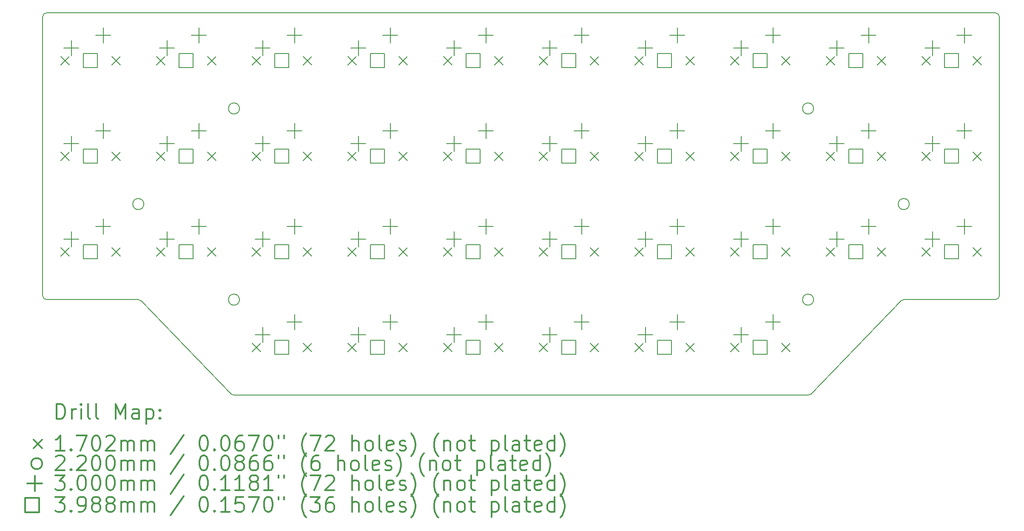
<source format=gbr>
%FSLAX45Y45*%
G04 Gerber Fmt 4.5, Leading zero omitted, Abs format (unit mm)*
G04 Created by KiCad (PCBNEW (5.1.12-1-10_14)) date 2022-02-07 22:25:43*
%MOMM*%
%LPD*%
G01*
G04 APERTURE LIST*
%TA.AperFunction,Profile*%
%ADD10C,0.150000*%
%TD*%
%ADD11C,0.200000*%
%ADD12C,0.300000*%
G04 APERTURE END LIST*
D10*
X17303627Y-9476127D02*
X19096373Y-7617623D01*
X19096373Y-7617623D02*
G75*
G02*
X19152500Y-7594375I56127J-56127D01*
G01*
X17303627Y-9476127D02*
G75*
G02*
X17247500Y-9499375I-56127J56127D01*
G01*
X3968627Y-7617623D02*
X5761373Y-9476127D01*
X3968627Y-7617623D02*
G75*
G03*
X3912500Y-7594375I-56127J-56127D01*
G01*
X5761373Y-9476127D02*
G75*
G03*
X5817500Y-9499375I56127J56127D01*
G01*
X20978125Y-7594375D02*
X19152500Y-7594375D01*
X2086875Y-1879375D02*
X20978125Y-1879375D01*
X21057500Y-7515000D02*
X21057500Y-1958750D01*
X21057500Y-7515000D02*
G75*
G02*
X20978125Y-7594375I-79375J0D01*
G01*
X20978125Y-1879375D02*
G75*
G02*
X21057500Y-1958750I0J-79375D01*
G01*
X2007500Y-1958750D02*
X2007500Y-7435625D01*
X2007500Y-7435625D02*
X2007500Y-7515000D01*
X2166250Y-7594375D02*
X2086875Y-7594375D01*
X2086875Y-7594375D02*
G75*
G02*
X2007500Y-7515000I0J79375D01*
G01*
X2007500Y-1958750D02*
G75*
G02*
X2086875Y-1879375I79375J0D01*
G01*
X2166250Y-7594375D02*
X3912500Y-7594375D01*
X5817500Y-9499375D02*
X17247500Y-9499375D01*
D11*
X2366910Y-2746785D02*
X2537090Y-2916965D01*
X2537090Y-2746785D02*
X2366910Y-2916965D01*
X2366910Y-4651785D02*
X2537090Y-4821965D01*
X2537090Y-4651785D02*
X2366910Y-4821965D01*
X2366910Y-6556785D02*
X2537090Y-6726965D01*
X2537090Y-6556785D02*
X2366910Y-6726965D01*
X3382910Y-2746785D02*
X3553090Y-2916965D01*
X3553090Y-2746785D02*
X3382910Y-2916965D01*
X3382910Y-4651785D02*
X3553090Y-4821965D01*
X3553090Y-4651785D02*
X3382910Y-4821965D01*
X3382910Y-6556785D02*
X3553090Y-6726965D01*
X3553090Y-6556785D02*
X3382910Y-6726965D01*
X4271910Y-2746785D02*
X4442090Y-2916965D01*
X4442090Y-2746785D02*
X4271910Y-2916965D01*
X4271910Y-4651785D02*
X4442090Y-4821965D01*
X4442090Y-4651785D02*
X4271910Y-4821965D01*
X4271910Y-6556785D02*
X4442090Y-6726965D01*
X4442090Y-6556785D02*
X4271910Y-6726965D01*
X5287910Y-2746785D02*
X5458090Y-2916965D01*
X5458090Y-2746785D02*
X5287910Y-2916965D01*
X5287910Y-4651785D02*
X5458090Y-4821965D01*
X5458090Y-4651785D02*
X5287910Y-4821965D01*
X5287910Y-6556785D02*
X5458090Y-6726965D01*
X5458090Y-6556785D02*
X5287910Y-6726965D01*
X6176910Y-2746785D02*
X6347090Y-2916965D01*
X6347090Y-2746785D02*
X6176910Y-2916965D01*
X6176910Y-4651785D02*
X6347090Y-4821965D01*
X6347090Y-4651785D02*
X6176910Y-4821965D01*
X6176910Y-6556785D02*
X6347090Y-6726965D01*
X6347090Y-6556785D02*
X6176910Y-6726965D01*
X6176910Y-8461785D02*
X6347090Y-8631965D01*
X6347090Y-8461785D02*
X6176910Y-8631965D01*
X7192910Y-2746785D02*
X7363090Y-2916965D01*
X7363090Y-2746785D02*
X7192910Y-2916965D01*
X7192910Y-4651785D02*
X7363090Y-4821965D01*
X7363090Y-4651785D02*
X7192910Y-4821965D01*
X7192910Y-6556785D02*
X7363090Y-6726965D01*
X7363090Y-6556785D02*
X7192910Y-6726965D01*
X7192910Y-8461785D02*
X7363090Y-8631965D01*
X7363090Y-8461785D02*
X7192910Y-8631965D01*
X8081910Y-2746785D02*
X8252090Y-2916965D01*
X8252090Y-2746785D02*
X8081910Y-2916965D01*
X8081910Y-4651785D02*
X8252090Y-4821965D01*
X8252090Y-4651785D02*
X8081910Y-4821965D01*
X8081910Y-6556785D02*
X8252090Y-6726965D01*
X8252090Y-6556785D02*
X8081910Y-6726965D01*
X8081910Y-8461785D02*
X8252090Y-8631965D01*
X8252090Y-8461785D02*
X8081910Y-8631965D01*
X9097910Y-2746785D02*
X9268090Y-2916965D01*
X9268090Y-2746785D02*
X9097910Y-2916965D01*
X9097910Y-4651785D02*
X9268090Y-4821965D01*
X9268090Y-4651785D02*
X9097910Y-4821965D01*
X9097910Y-6556785D02*
X9268090Y-6726965D01*
X9268090Y-6556785D02*
X9097910Y-6726965D01*
X9097910Y-8461785D02*
X9268090Y-8631965D01*
X9268090Y-8461785D02*
X9097910Y-8631965D01*
X9986910Y-2746785D02*
X10157090Y-2916965D01*
X10157090Y-2746785D02*
X9986910Y-2916965D01*
X9986910Y-4651785D02*
X10157090Y-4821965D01*
X10157090Y-4651785D02*
X9986910Y-4821965D01*
X9986910Y-6556785D02*
X10157090Y-6726965D01*
X10157090Y-6556785D02*
X9986910Y-6726965D01*
X9986910Y-8461785D02*
X10157090Y-8631965D01*
X10157090Y-8461785D02*
X9986910Y-8631965D01*
X11002910Y-2746785D02*
X11173090Y-2916965D01*
X11173090Y-2746785D02*
X11002910Y-2916965D01*
X11002910Y-4651785D02*
X11173090Y-4821965D01*
X11173090Y-4651785D02*
X11002910Y-4821965D01*
X11002910Y-6556785D02*
X11173090Y-6726965D01*
X11173090Y-6556785D02*
X11002910Y-6726965D01*
X11002910Y-8461785D02*
X11173090Y-8631965D01*
X11173090Y-8461785D02*
X11002910Y-8631965D01*
X11891910Y-2746785D02*
X12062090Y-2916965D01*
X12062090Y-2746785D02*
X11891910Y-2916965D01*
X11891910Y-4651785D02*
X12062090Y-4821965D01*
X12062090Y-4651785D02*
X11891910Y-4821965D01*
X11891910Y-6556785D02*
X12062090Y-6726965D01*
X12062090Y-6556785D02*
X11891910Y-6726965D01*
X11891910Y-8461785D02*
X12062090Y-8631965D01*
X12062090Y-8461785D02*
X11891910Y-8631965D01*
X12907910Y-2746785D02*
X13078090Y-2916965D01*
X13078090Y-2746785D02*
X12907910Y-2916965D01*
X12907910Y-4651785D02*
X13078090Y-4821965D01*
X13078090Y-4651785D02*
X12907910Y-4821965D01*
X12907910Y-6556785D02*
X13078090Y-6726965D01*
X13078090Y-6556785D02*
X12907910Y-6726965D01*
X12907910Y-8461785D02*
X13078090Y-8631965D01*
X13078090Y-8461785D02*
X12907910Y-8631965D01*
X13796910Y-2746785D02*
X13967090Y-2916965D01*
X13967090Y-2746785D02*
X13796910Y-2916965D01*
X13796910Y-4651785D02*
X13967090Y-4821965D01*
X13967090Y-4651785D02*
X13796910Y-4821965D01*
X13796910Y-6556785D02*
X13967090Y-6726965D01*
X13967090Y-6556785D02*
X13796910Y-6726965D01*
X13796910Y-8461785D02*
X13967090Y-8631965D01*
X13967090Y-8461785D02*
X13796910Y-8631965D01*
X14812910Y-2746785D02*
X14983090Y-2916965D01*
X14983090Y-2746785D02*
X14812910Y-2916965D01*
X14812910Y-4651785D02*
X14983090Y-4821965D01*
X14983090Y-4651785D02*
X14812910Y-4821965D01*
X14812910Y-6556785D02*
X14983090Y-6726965D01*
X14983090Y-6556785D02*
X14812910Y-6726965D01*
X14812910Y-8461785D02*
X14983090Y-8631965D01*
X14983090Y-8461785D02*
X14812910Y-8631965D01*
X15701910Y-2746785D02*
X15872090Y-2916965D01*
X15872090Y-2746785D02*
X15701910Y-2916965D01*
X15701910Y-4651785D02*
X15872090Y-4821965D01*
X15872090Y-4651785D02*
X15701910Y-4821965D01*
X15701910Y-6556785D02*
X15872090Y-6726965D01*
X15872090Y-6556785D02*
X15701910Y-6726965D01*
X15701910Y-8461785D02*
X15872090Y-8631965D01*
X15872090Y-8461785D02*
X15701910Y-8631965D01*
X16717910Y-2746785D02*
X16888090Y-2916965D01*
X16888090Y-2746785D02*
X16717910Y-2916965D01*
X16717910Y-4651785D02*
X16888090Y-4821965D01*
X16888090Y-4651785D02*
X16717910Y-4821965D01*
X16717910Y-6556785D02*
X16888090Y-6726965D01*
X16888090Y-6556785D02*
X16717910Y-6726965D01*
X16717910Y-8461785D02*
X16888090Y-8631965D01*
X16888090Y-8461785D02*
X16717910Y-8631965D01*
X17606910Y-2746785D02*
X17777090Y-2916965D01*
X17777090Y-2746785D02*
X17606910Y-2916965D01*
X17606910Y-4651785D02*
X17777090Y-4821965D01*
X17777090Y-4651785D02*
X17606910Y-4821965D01*
X17606910Y-6556785D02*
X17777090Y-6726965D01*
X17777090Y-6556785D02*
X17606910Y-6726965D01*
X18622910Y-2746785D02*
X18793090Y-2916965D01*
X18793090Y-2746785D02*
X18622910Y-2916965D01*
X18622910Y-4651785D02*
X18793090Y-4821965D01*
X18793090Y-4651785D02*
X18622910Y-4821965D01*
X18622910Y-6556785D02*
X18793090Y-6726965D01*
X18793090Y-6556785D02*
X18622910Y-6726965D01*
X19511910Y-2746785D02*
X19682090Y-2916965D01*
X19682090Y-2746785D02*
X19511910Y-2916965D01*
X19511910Y-4651785D02*
X19682090Y-4821965D01*
X19682090Y-4651785D02*
X19511910Y-4821965D01*
X19511910Y-6556785D02*
X19682090Y-6726965D01*
X19682090Y-6556785D02*
X19511910Y-6726965D01*
X20527910Y-2746785D02*
X20698090Y-2916965D01*
X20698090Y-2746785D02*
X20527910Y-2916965D01*
X20527910Y-4651785D02*
X20698090Y-4821965D01*
X20698090Y-4651785D02*
X20527910Y-4821965D01*
X20527910Y-6556785D02*
X20698090Y-6726965D01*
X20698090Y-6556785D02*
X20527910Y-6726965D01*
X4022500Y-5689375D02*
G75*
G03*
X4022500Y-5689375I-110000J0D01*
G01*
X5927500Y-3784375D02*
G75*
G03*
X5927500Y-3784375I-110000J0D01*
G01*
X5927500Y-7594375D02*
G75*
G03*
X5927500Y-7594375I-110000J0D01*
G01*
X17357500Y-3784375D02*
G75*
G03*
X17357500Y-3784375I-110000J0D01*
G01*
X17357500Y-7594375D02*
G75*
G03*
X17357500Y-7594375I-110000J0D01*
G01*
X19262500Y-5689375D02*
G75*
G03*
X19262500Y-5689375I-110000J0D01*
G01*
X2579000Y-2427875D02*
X2579000Y-2727875D01*
X2429000Y-2577875D02*
X2729000Y-2577875D01*
X2579000Y-4332875D02*
X2579000Y-4632875D01*
X2429000Y-4482875D02*
X2729000Y-4482875D01*
X2579000Y-6237875D02*
X2579000Y-6537875D01*
X2429000Y-6387875D02*
X2729000Y-6387875D01*
X3214000Y-2173875D02*
X3214000Y-2473875D01*
X3064000Y-2323875D02*
X3364000Y-2323875D01*
X3214000Y-4078875D02*
X3214000Y-4378875D01*
X3064000Y-4228875D02*
X3364000Y-4228875D01*
X3214000Y-5983875D02*
X3214000Y-6283875D01*
X3064000Y-6133875D02*
X3364000Y-6133875D01*
X4484000Y-2427875D02*
X4484000Y-2727875D01*
X4334000Y-2577875D02*
X4634000Y-2577875D01*
X4484000Y-4332875D02*
X4484000Y-4632875D01*
X4334000Y-4482875D02*
X4634000Y-4482875D01*
X4484000Y-6237875D02*
X4484000Y-6537875D01*
X4334000Y-6387875D02*
X4634000Y-6387875D01*
X5119000Y-2173875D02*
X5119000Y-2473875D01*
X4969000Y-2323875D02*
X5269000Y-2323875D01*
X5119000Y-4078875D02*
X5119000Y-4378875D01*
X4969000Y-4228875D02*
X5269000Y-4228875D01*
X5119000Y-5983875D02*
X5119000Y-6283875D01*
X4969000Y-6133875D02*
X5269000Y-6133875D01*
X6389000Y-2427875D02*
X6389000Y-2727875D01*
X6239000Y-2577875D02*
X6539000Y-2577875D01*
X6389000Y-4332875D02*
X6389000Y-4632875D01*
X6239000Y-4482875D02*
X6539000Y-4482875D01*
X6389000Y-6237875D02*
X6389000Y-6537875D01*
X6239000Y-6387875D02*
X6539000Y-6387875D01*
X6389000Y-8142875D02*
X6389000Y-8442875D01*
X6239000Y-8292875D02*
X6539000Y-8292875D01*
X7024000Y-2173875D02*
X7024000Y-2473875D01*
X6874000Y-2323875D02*
X7174000Y-2323875D01*
X7024000Y-4078875D02*
X7024000Y-4378875D01*
X6874000Y-4228875D02*
X7174000Y-4228875D01*
X7024000Y-5983875D02*
X7024000Y-6283875D01*
X6874000Y-6133875D02*
X7174000Y-6133875D01*
X7024000Y-7888875D02*
X7024000Y-8188875D01*
X6874000Y-8038875D02*
X7174000Y-8038875D01*
X8294000Y-2427875D02*
X8294000Y-2727875D01*
X8144000Y-2577875D02*
X8444000Y-2577875D01*
X8294000Y-4332875D02*
X8294000Y-4632875D01*
X8144000Y-4482875D02*
X8444000Y-4482875D01*
X8294000Y-6237875D02*
X8294000Y-6537875D01*
X8144000Y-6387875D02*
X8444000Y-6387875D01*
X8294000Y-8142875D02*
X8294000Y-8442875D01*
X8144000Y-8292875D02*
X8444000Y-8292875D01*
X8929000Y-2173875D02*
X8929000Y-2473875D01*
X8779000Y-2323875D02*
X9079000Y-2323875D01*
X8929000Y-4078875D02*
X8929000Y-4378875D01*
X8779000Y-4228875D02*
X9079000Y-4228875D01*
X8929000Y-5983875D02*
X8929000Y-6283875D01*
X8779000Y-6133875D02*
X9079000Y-6133875D01*
X8929000Y-7888875D02*
X8929000Y-8188875D01*
X8779000Y-8038875D02*
X9079000Y-8038875D01*
X10199000Y-2427875D02*
X10199000Y-2727875D01*
X10049000Y-2577875D02*
X10349000Y-2577875D01*
X10199000Y-4332875D02*
X10199000Y-4632875D01*
X10049000Y-4482875D02*
X10349000Y-4482875D01*
X10199000Y-6237875D02*
X10199000Y-6537875D01*
X10049000Y-6387875D02*
X10349000Y-6387875D01*
X10199000Y-8142875D02*
X10199000Y-8442875D01*
X10049000Y-8292875D02*
X10349000Y-8292875D01*
X10834000Y-2173875D02*
X10834000Y-2473875D01*
X10684000Y-2323875D02*
X10984000Y-2323875D01*
X10834000Y-4078875D02*
X10834000Y-4378875D01*
X10684000Y-4228875D02*
X10984000Y-4228875D01*
X10834000Y-5983875D02*
X10834000Y-6283875D01*
X10684000Y-6133875D02*
X10984000Y-6133875D01*
X10834000Y-7888875D02*
X10834000Y-8188875D01*
X10684000Y-8038875D02*
X10984000Y-8038875D01*
X12104000Y-2427875D02*
X12104000Y-2727875D01*
X11954000Y-2577875D02*
X12254000Y-2577875D01*
X12104000Y-4332875D02*
X12104000Y-4632875D01*
X11954000Y-4482875D02*
X12254000Y-4482875D01*
X12104000Y-6237875D02*
X12104000Y-6537875D01*
X11954000Y-6387875D02*
X12254000Y-6387875D01*
X12104000Y-8142875D02*
X12104000Y-8442875D01*
X11954000Y-8292875D02*
X12254000Y-8292875D01*
X12739000Y-2173875D02*
X12739000Y-2473875D01*
X12589000Y-2323875D02*
X12889000Y-2323875D01*
X12739000Y-4078875D02*
X12739000Y-4378875D01*
X12589000Y-4228875D02*
X12889000Y-4228875D01*
X12739000Y-5983875D02*
X12739000Y-6283875D01*
X12589000Y-6133875D02*
X12889000Y-6133875D01*
X12739000Y-7888875D02*
X12739000Y-8188875D01*
X12589000Y-8038875D02*
X12889000Y-8038875D01*
X14009000Y-2427875D02*
X14009000Y-2727875D01*
X13859000Y-2577875D02*
X14159000Y-2577875D01*
X14009000Y-4332875D02*
X14009000Y-4632875D01*
X13859000Y-4482875D02*
X14159000Y-4482875D01*
X14009000Y-6237875D02*
X14009000Y-6537875D01*
X13859000Y-6387875D02*
X14159000Y-6387875D01*
X14009000Y-8142875D02*
X14009000Y-8442875D01*
X13859000Y-8292875D02*
X14159000Y-8292875D01*
X14644000Y-2173875D02*
X14644000Y-2473875D01*
X14494000Y-2323875D02*
X14794000Y-2323875D01*
X14644000Y-4078875D02*
X14644000Y-4378875D01*
X14494000Y-4228875D02*
X14794000Y-4228875D01*
X14644000Y-5983875D02*
X14644000Y-6283875D01*
X14494000Y-6133875D02*
X14794000Y-6133875D01*
X14644000Y-7888875D02*
X14644000Y-8188875D01*
X14494000Y-8038875D02*
X14794000Y-8038875D01*
X15914000Y-2427875D02*
X15914000Y-2727875D01*
X15764000Y-2577875D02*
X16064000Y-2577875D01*
X15914000Y-4332875D02*
X15914000Y-4632875D01*
X15764000Y-4482875D02*
X16064000Y-4482875D01*
X15914000Y-6237875D02*
X15914000Y-6537875D01*
X15764000Y-6387875D02*
X16064000Y-6387875D01*
X15914000Y-8142875D02*
X15914000Y-8442875D01*
X15764000Y-8292875D02*
X16064000Y-8292875D01*
X16549000Y-2173875D02*
X16549000Y-2473875D01*
X16399000Y-2323875D02*
X16699000Y-2323875D01*
X16549000Y-4078875D02*
X16549000Y-4378875D01*
X16399000Y-4228875D02*
X16699000Y-4228875D01*
X16549000Y-5983875D02*
X16549000Y-6283875D01*
X16399000Y-6133875D02*
X16699000Y-6133875D01*
X16549000Y-7888875D02*
X16549000Y-8188875D01*
X16399000Y-8038875D02*
X16699000Y-8038875D01*
X17819000Y-2427875D02*
X17819000Y-2727875D01*
X17669000Y-2577875D02*
X17969000Y-2577875D01*
X17819000Y-4332875D02*
X17819000Y-4632875D01*
X17669000Y-4482875D02*
X17969000Y-4482875D01*
X17819000Y-6237875D02*
X17819000Y-6537875D01*
X17669000Y-6387875D02*
X17969000Y-6387875D01*
X18454000Y-2173875D02*
X18454000Y-2473875D01*
X18304000Y-2323875D02*
X18604000Y-2323875D01*
X18454000Y-4078875D02*
X18454000Y-4378875D01*
X18304000Y-4228875D02*
X18604000Y-4228875D01*
X18454000Y-5983875D02*
X18454000Y-6283875D01*
X18304000Y-6133875D02*
X18604000Y-6133875D01*
X19724000Y-2427875D02*
X19724000Y-2727875D01*
X19574000Y-2577875D02*
X19874000Y-2577875D01*
X19724000Y-4332875D02*
X19724000Y-4632875D01*
X19574000Y-4482875D02*
X19874000Y-4482875D01*
X19724000Y-6237875D02*
X19724000Y-6537875D01*
X19574000Y-6387875D02*
X19874000Y-6387875D01*
X20359000Y-2173875D02*
X20359000Y-2473875D01*
X20209000Y-2323875D02*
X20509000Y-2323875D01*
X20359000Y-4078875D02*
X20359000Y-4378875D01*
X20209000Y-4228875D02*
X20509000Y-4228875D01*
X20359000Y-5983875D02*
X20359000Y-6283875D01*
X20209000Y-6133875D02*
X20509000Y-6133875D01*
X3100991Y-2972866D02*
X3100991Y-2690884D01*
X2819009Y-2690884D01*
X2819009Y-2972866D01*
X3100991Y-2972866D01*
X3100991Y-4877866D02*
X3100991Y-4595884D01*
X2819009Y-4595884D01*
X2819009Y-4877866D01*
X3100991Y-4877866D01*
X3100991Y-6782866D02*
X3100991Y-6500884D01*
X2819009Y-6500884D01*
X2819009Y-6782866D01*
X3100991Y-6782866D01*
X5005991Y-2972866D02*
X5005991Y-2690884D01*
X4724009Y-2690884D01*
X4724009Y-2972866D01*
X5005991Y-2972866D01*
X5005991Y-4877866D02*
X5005991Y-4595884D01*
X4724009Y-4595884D01*
X4724009Y-4877866D01*
X5005991Y-4877866D01*
X5005991Y-6782866D02*
X5005991Y-6500884D01*
X4724009Y-6500884D01*
X4724009Y-6782866D01*
X5005991Y-6782866D01*
X6910991Y-2972866D02*
X6910991Y-2690884D01*
X6629009Y-2690884D01*
X6629009Y-2972866D01*
X6910991Y-2972866D01*
X6910991Y-4877866D02*
X6910991Y-4595884D01*
X6629009Y-4595884D01*
X6629009Y-4877866D01*
X6910991Y-4877866D01*
X6910991Y-6782866D02*
X6910991Y-6500884D01*
X6629009Y-6500884D01*
X6629009Y-6782866D01*
X6910991Y-6782866D01*
X6910991Y-8687866D02*
X6910991Y-8405884D01*
X6629009Y-8405884D01*
X6629009Y-8687866D01*
X6910991Y-8687866D01*
X8815991Y-2972866D02*
X8815991Y-2690884D01*
X8534009Y-2690884D01*
X8534009Y-2972866D01*
X8815991Y-2972866D01*
X8815991Y-4877866D02*
X8815991Y-4595884D01*
X8534009Y-4595884D01*
X8534009Y-4877866D01*
X8815991Y-4877866D01*
X8815991Y-6782866D02*
X8815991Y-6500884D01*
X8534009Y-6500884D01*
X8534009Y-6782866D01*
X8815991Y-6782866D01*
X8815991Y-8687866D02*
X8815991Y-8405884D01*
X8534009Y-8405884D01*
X8534009Y-8687866D01*
X8815991Y-8687866D01*
X10720991Y-2972866D02*
X10720991Y-2690884D01*
X10439009Y-2690884D01*
X10439009Y-2972866D01*
X10720991Y-2972866D01*
X10720991Y-4877866D02*
X10720991Y-4595884D01*
X10439009Y-4595884D01*
X10439009Y-4877866D01*
X10720991Y-4877866D01*
X10720991Y-6782866D02*
X10720991Y-6500884D01*
X10439009Y-6500884D01*
X10439009Y-6782866D01*
X10720991Y-6782866D01*
X10720991Y-8687866D02*
X10720991Y-8405884D01*
X10439009Y-8405884D01*
X10439009Y-8687866D01*
X10720991Y-8687866D01*
X12625991Y-2972866D02*
X12625991Y-2690884D01*
X12344009Y-2690884D01*
X12344009Y-2972866D01*
X12625991Y-2972866D01*
X12625991Y-4877866D02*
X12625991Y-4595884D01*
X12344009Y-4595884D01*
X12344009Y-4877866D01*
X12625991Y-4877866D01*
X12625991Y-6782866D02*
X12625991Y-6500884D01*
X12344009Y-6500884D01*
X12344009Y-6782866D01*
X12625991Y-6782866D01*
X12625991Y-8687866D02*
X12625991Y-8405884D01*
X12344009Y-8405884D01*
X12344009Y-8687866D01*
X12625991Y-8687866D01*
X14530991Y-2972866D02*
X14530991Y-2690884D01*
X14249009Y-2690884D01*
X14249009Y-2972866D01*
X14530991Y-2972866D01*
X14530991Y-4877866D02*
X14530991Y-4595884D01*
X14249009Y-4595884D01*
X14249009Y-4877866D01*
X14530991Y-4877866D01*
X14530991Y-6782866D02*
X14530991Y-6500884D01*
X14249009Y-6500884D01*
X14249009Y-6782866D01*
X14530991Y-6782866D01*
X14530991Y-8687866D02*
X14530991Y-8405884D01*
X14249009Y-8405884D01*
X14249009Y-8687866D01*
X14530991Y-8687866D01*
X16435991Y-2972866D02*
X16435991Y-2690884D01*
X16154009Y-2690884D01*
X16154009Y-2972866D01*
X16435991Y-2972866D01*
X16435991Y-4877866D02*
X16435991Y-4595884D01*
X16154009Y-4595884D01*
X16154009Y-4877866D01*
X16435991Y-4877866D01*
X16435991Y-6782866D02*
X16435991Y-6500884D01*
X16154009Y-6500884D01*
X16154009Y-6782866D01*
X16435991Y-6782866D01*
X16435991Y-8687866D02*
X16435991Y-8405884D01*
X16154009Y-8405884D01*
X16154009Y-8687866D01*
X16435991Y-8687866D01*
X18340991Y-2972866D02*
X18340991Y-2690884D01*
X18059009Y-2690884D01*
X18059009Y-2972866D01*
X18340991Y-2972866D01*
X18340991Y-4877866D02*
X18340991Y-4595884D01*
X18059009Y-4595884D01*
X18059009Y-4877866D01*
X18340991Y-4877866D01*
X18340991Y-6782866D02*
X18340991Y-6500884D01*
X18059009Y-6500884D01*
X18059009Y-6782866D01*
X18340991Y-6782866D01*
X20245991Y-2972866D02*
X20245991Y-2690884D01*
X19964009Y-2690884D01*
X19964009Y-2972866D01*
X20245991Y-2972866D01*
X20245991Y-4877866D02*
X20245991Y-4595884D01*
X19964009Y-4595884D01*
X19964009Y-4877866D01*
X20245991Y-4877866D01*
X20245991Y-6782866D02*
X20245991Y-6500884D01*
X19964009Y-6500884D01*
X19964009Y-6782866D01*
X20245991Y-6782866D01*
D12*
X2286428Y-9972589D02*
X2286428Y-9672589D01*
X2357857Y-9672589D01*
X2400714Y-9686875D01*
X2429286Y-9715447D01*
X2443571Y-9744018D01*
X2457857Y-9801161D01*
X2457857Y-9844018D01*
X2443571Y-9901161D01*
X2429286Y-9929732D01*
X2400714Y-9958304D01*
X2357857Y-9972589D01*
X2286428Y-9972589D01*
X2586428Y-9972589D02*
X2586428Y-9772589D01*
X2586428Y-9829732D02*
X2600714Y-9801161D01*
X2615000Y-9786875D01*
X2643571Y-9772589D01*
X2672143Y-9772589D01*
X2772143Y-9972589D02*
X2772143Y-9772589D01*
X2772143Y-9672589D02*
X2757857Y-9686875D01*
X2772143Y-9701161D01*
X2786428Y-9686875D01*
X2772143Y-9672589D01*
X2772143Y-9701161D01*
X2957857Y-9972589D02*
X2929286Y-9958304D01*
X2915000Y-9929732D01*
X2915000Y-9672589D01*
X3115000Y-9972589D02*
X3086428Y-9958304D01*
X3072143Y-9929732D01*
X3072143Y-9672589D01*
X3457857Y-9972589D02*
X3457857Y-9672589D01*
X3557857Y-9886875D01*
X3657857Y-9672589D01*
X3657857Y-9972589D01*
X3929286Y-9972589D02*
X3929286Y-9815447D01*
X3915000Y-9786875D01*
X3886428Y-9772589D01*
X3829286Y-9772589D01*
X3800714Y-9786875D01*
X3929286Y-9958304D02*
X3900714Y-9972589D01*
X3829286Y-9972589D01*
X3800714Y-9958304D01*
X3786428Y-9929732D01*
X3786428Y-9901161D01*
X3800714Y-9872589D01*
X3829286Y-9858304D01*
X3900714Y-9858304D01*
X3929286Y-9844018D01*
X4072143Y-9772589D02*
X4072143Y-10072589D01*
X4072143Y-9786875D02*
X4100714Y-9772589D01*
X4157857Y-9772589D01*
X4186428Y-9786875D01*
X4200714Y-9801161D01*
X4215000Y-9829732D01*
X4215000Y-9915447D01*
X4200714Y-9944018D01*
X4186428Y-9958304D01*
X4157857Y-9972589D01*
X4100714Y-9972589D01*
X4072143Y-9958304D01*
X4343571Y-9944018D02*
X4357857Y-9958304D01*
X4343571Y-9972589D01*
X4329286Y-9958304D01*
X4343571Y-9944018D01*
X4343571Y-9972589D01*
X4343571Y-9786875D02*
X4357857Y-9801161D01*
X4343571Y-9815447D01*
X4329286Y-9801161D01*
X4343571Y-9786875D01*
X4343571Y-9815447D01*
X1829820Y-10381785D02*
X2000000Y-10551965D01*
X2000000Y-10381785D02*
X1829820Y-10551965D01*
X2443571Y-10602589D02*
X2272143Y-10602589D01*
X2357857Y-10602589D02*
X2357857Y-10302589D01*
X2329286Y-10345447D01*
X2300714Y-10374018D01*
X2272143Y-10388304D01*
X2572143Y-10574018D02*
X2586428Y-10588304D01*
X2572143Y-10602589D01*
X2557857Y-10588304D01*
X2572143Y-10574018D01*
X2572143Y-10602589D01*
X2686428Y-10302589D02*
X2886428Y-10302589D01*
X2757857Y-10602589D01*
X3057857Y-10302589D02*
X3086428Y-10302589D01*
X3115000Y-10316875D01*
X3129286Y-10331161D01*
X3143571Y-10359732D01*
X3157857Y-10416875D01*
X3157857Y-10488304D01*
X3143571Y-10545447D01*
X3129286Y-10574018D01*
X3115000Y-10588304D01*
X3086428Y-10602589D01*
X3057857Y-10602589D01*
X3029286Y-10588304D01*
X3015000Y-10574018D01*
X3000714Y-10545447D01*
X2986428Y-10488304D01*
X2986428Y-10416875D01*
X3000714Y-10359732D01*
X3015000Y-10331161D01*
X3029286Y-10316875D01*
X3057857Y-10302589D01*
X3272143Y-10331161D02*
X3286428Y-10316875D01*
X3315000Y-10302589D01*
X3386428Y-10302589D01*
X3415000Y-10316875D01*
X3429286Y-10331161D01*
X3443571Y-10359732D01*
X3443571Y-10388304D01*
X3429286Y-10431161D01*
X3257857Y-10602589D01*
X3443571Y-10602589D01*
X3572143Y-10602589D02*
X3572143Y-10402589D01*
X3572143Y-10431161D02*
X3586428Y-10416875D01*
X3615000Y-10402589D01*
X3657857Y-10402589D01*
X3686428Y-10416875D01*
X3700714Y-10445447D01*
X3700714Y-10602589D01*
X3700714Y-10445447D02*
X3715000Y-10416875D01*
X3743571Y-10402589D01*
X3786428Y-10402589D01*
X3815000Y-10416875D01*
X3829286Y-10445447D01*
X3829286Y-10602589D01*
X3972143Y-10602589D02*
X3972143Y-10402589D01*
X3972143Y-10431161D02*
X3986428Y-10416875D01*
X4015000Y-10402589D01*
X4057857Y-10402589D01*
X4086428Y-10416875D01*
X4100714Y-10445447D01*
X4100714Y-10602589D01*
X4100714Y-10445447D02*
X4115000Y-10416875D01*
X4143571Y-10402589D01*
X4186428Y-10402589D01*
X4215000Y-10416875D01*
X4229286Y-10445447D01*
X4229286Y-10602589D01*
X4815000Y-10288304D02*
X4557857Y-10674018D01*
X5200714Y-10302589D02*
X5229286Y-10302589D01*
X5257857Y-10316875D01*
X5272143Y-10331161D01*
X5286428Y-10359732D01*
X5300714Y-10416875D01*
X5300714Y-10488304D01*
X5286428Y-10545447D01*
X5272143Y-10574018D01*
X5257857Y-10588304D01*
X5229286Y-10602589D01*
X5200714Y-10602589D01*
X5172143Y-10588304D01*
X5157857Y-10574018D01*
X5143571Y-10545447D01*
X5129286Y-10488304D01*
X5129286Y-10416875D01*
X5143571Y-10359732D01*
X5157857Y-10331161D01*
X5172143Y-10316875D01*
X5200714Y-10302589D01*
X5429286Y-10574018D02*
X5443571Y-10588304D01*
X5429286Y-10602589D01*
X5415000Y-10588304D01*
X5429286Y-10574018D01*
X5429286Y-10602589D01*
X5629286Y-10302589D02*
X5657857Y-10302589D01*
X5686428Y-10316875D01*
X5700714Y-10331161D01*
X5715000Y-10359732D01*
X5729286Y-10416875D01*
X5729286Y-10488304D01*
X5715000Y-10545447D01*
X5700714Y-10574018D01*
X5686428Y-10588304D01*
X5657857Y-10602589D01*
X5629286Y-10602589D01*
X5600714Y-10588304D01*
X5586428Y-10574018D01*
X5572143Y-10545447D01*
X5557857Y-10488304D01*
X5557857Y-10416875D01*
X5572143Y-10359732D01*
X5586428Y-10331161D01*
X5600714Y-10316875D01*
X5629286Y-10302589D01*
X5986428Y-10302589D02*
X5929286Y-10302589D01*
X5900714Y-10316875D01*
X5886428Y-10331161D01*
X5857857Y-10374018D01*
X5843571Y-10431161D01*
X5843571Y-10545447D01*
X5857857Y-10574018D01*
X5872143Y-10588304D01*
X5900714Y-10602589D01*
X5957857Y-10602589D01*
X5986428Y-10588304D01*
X6000714Y-10574018D01*
X6015000Y-10545447D01*
X6015000Y-10474018D01*
X6000714Y-10445447D01*
X5986428Y-10431161D01*
X5957857Y-10416875D01*
X5900714Y-10416875D01*
X5872143Y-10431161D01*
X5857857Y-10445447D01*
X5843571Y-10474018D01*
X6115000Y-10302589D02*
X6315000Y-10302589D01*
X6186428Y-10602589D01*
X6486428Y-10302589D02*
X6515000Y-10302589D01*
X6543571Y-10316875D01*
X6557857Y-10331161D01*
X6572143Y-10359732D01*
X6586428Y-10416875D01*
X6586428Y-10488304D01*
X6572143Y-10545447D01*
X6557857Y-10574018D01*
X6543571Y-10588304D01*
X6515000Y-10602589D01*
X6486428Y-10602589D01*
X6457857Y-10588304D01*
X6443571Y-10574018D01*
X6429286Y-10545447D01*
X6415000Y-10488304D01*
X6415000Y-10416875D01*
X6429286Y-10359732D01*
X6443571Y-10331161D01*
X6457857Y-10316875D01*
X6486428Y-10302589D01*
X6700714Y-10302589D02*
X6700714Y-10359732D01*
X6815000Y-10302589D02*
X6815000Y-10359732D01*
X7257857Y-10716875D02*
X7243571Y-10702589D01*
X7215000Y-10659732D01*
X7200714Y-10631161D01*
X7186428Y-10588304D01*
X7172143Y-10516875D01*
X7172143Y-10459732D01*
X7186428Y-10388304D01*
X7200714Y-10345447D01*
X7215000Y-10316875D01*
X7243571Y-10274018D01*
X7257857Y-10259732D01*
X7343571Y-10302589D02*
X7543571Y-10302589D01*
X7415000Y-10602589D01*
X7643571Y-10331161D02*
X7657857Y-10316875D01*
X7686428Y-10302589D01*
X7757857Y-10302589D01*
X7786428Y-10316875D01*
X7800714Y-10331161D01*
X7815000Y-10359732D01*
X7815000Y-10388304D01*
X7800714Y-10431161D01*
X7629286Y-10602589D01*
X7815000Y-10602589D01*
X8172143Y-10602589D02*
X8172143Y-10302589D01*
X8300714Y-10602589D02*
X8300714Y-10445447D01*
X8286428Y-10416875D01*
X8257857Y-10402589D01*
X8215000Y-10402589D01*
X8186428Y-10416875D01*
X8172143Y-10431161D01*
X8486428Y-10602589D02*
X8457857Y-10588304D01*
X8443571Y-10574018D01*
X8429286Y-10545447D01*
X8429286Y-10459732D01*
X8443571Y-10431161D01*
X8457857Y-10416875D01*
X8486428Y-10402589D01*
X8529286Y-10402589D01*
X8557857Y-10416875D01*
X8572143Y-10431161D01*
X8586428Y-10459732D01*
X8586428Y-10545447D01*
X8572143Y-10574018D01*
X8557857Y-10588304D01*
X8529286Y-10602589D01*
X8486428Y-10602589D01*
X8757857Y-10602589D02*
X8729286Y-10588304D01*
X8715000Y-10559732D01*
X8715000Y-10302589D01*
X8986428Y-10588304D02*
X8957857Y-10602589D01*
X8900714Y-10602589D01*
X8872143Y-10588304D01*
X8857857Y-10559732D01*
X8857857Y-10445447D01*
X8872143Y-10416875D01*
X8900714Y-10402589D01*
X8957857Y-10402589D01*
X8986428Y-10416875D01*
X9000714Y-10445447D01*
X9000714Y-10474018D01*
X8857857Y-10502589D01*
X9115000Y-10588304D02*
X9143571Y-10602589D01*
X9200714Y-10602589D01*
X9229286Y-10588304D01*
X9243571Y-10559732D01*
X9243571Y-10545447D01*
X9229286Y-10516875D01*
X9200714Y-10502589D01*
X9157857Y-10502589D01*
X9129286Y-10488304D01*
X9115000Y-10459732D01*
X9115000Y-10445447D01*
X9129286Y-10416875D01*
X9157857Y-10402589D01*
X9200714Y-10402589D01*
X9229286Y-10416875D01*
X9343571Y-10716875D02*
X9357857Y-10702589D01*
X9386428Y-10659732D01*
X9400714Y-10631161D01*
X9415000Y-10588304D01*
X9429286Y-10516875D01*
X9429286Y-10459732D01*
X9415000Y-10388304D01*
X9400714Y-10345447D01*
X9386428Y-10316875D01*
X9357857Y-10274018D01*
X9343571Y-10259732D01*
X9886428Y-10716875D02*
X9872143Y-10702589D01*
X9843571Y-10659732D01*
X9829286Y-10631161D01*
X9815000Y-10588304D01*
X9800714Y-10516875D01*
X9800714Y-10459732D01*
X9815000Y-10388304D01*
X9829286Y-10345447D01*
X9843571Y-10316875D01*
X9872143Y-10274018D01*
X9886428Y-10259732D01*
X10000714Y-10402589D02*
X10000714Y-10602589D01*
X10000714Y-10431161D02*
X10015000Y-10416875D01*
X10043571Y-10402589D01*
X10086428Y-10402589D01*
X10115000Y-10416875D01*
X10129286Y-10445447D01*
X10129286Y-10602589D01*
X10315000Y-10602589D02*
X10286428Y-10588304D01*
X10272143Y-10574018D01*
X10257857Y-10545447D01*
X10257857Y-10459732D01*
X10272143Y-10431161D01*
X10286428Y-10416875D01*
X10315000Y-10402589D01*
X10357857Y-10402589D01*
X10386428Y-10416875D01*
X10400714Y-10431161D01*
X10415000Y-10459732D01*
X10415000Y-10545447D01*
X10400714Y-10574018D01*
X10386428Y-10588304D01*
X10357857Y-10602589D01*
X10315000Y-10602589D01*
X10500714Y-10402589D02*
X10615000Y-10402589D01*
X10543571Y-10302589D02*
X10543571Y-10559732D01*
X10557857Y-10588304D01*
X10586428Y-10602589D01*
X10615000Y-10602589D01*
X10943571Y-10402589D02*
X10943571Y-10702589D01*
X10943571Y-10416875D02*
X10972143Y-10402589D01*
X11029286Y-10402589D01*
X11057857Y-10416875D01*
X11072143Y-10431161D01*
X11086428Y-10459732D01*
X11086428Y-10545447D01*
X11072143Y-10574018D01*
X11057857Y-10588304D01*
X11029286Y-10602589D01*
X10972143Y-10602589D01*
X10943571Y-10588304D01*
X11257857Y-10602589D02*
X11229286Y-10588304D01*
X11215000Y-10559732D01*
X11215000Y-10302589D01*
X11500714Y-10602589D02*
X11500714Y-10445447D01*
X11486428Y-10416875D01*
X11457857Y-10402589D01*
X11400714Y-10402589D01*
X11372143Y-10416875D01*
X11500714Y-10588304D02*
X11472143Y-10602589D01*
X11400714Y-10602589D01*
X11372143Y-10588304D01*
X11357857Y-10559732D01*
X11357857Y-10531161D01*
X11372143Y-10502589D01*
X11400714Y-10488304D01*
X11472143Y-10488304D01*
X11500714Y-10474018D01*
X11600714Y-10402589D02*
X11715000Y-10402589D01*
X11643571Y-10302589D02*
X11643571Y-10559732D01*
X11657857Y-10588304D01*
X11686428Y-10602589D01*
X11715000Y-10602589D01*
X11929286Y-10588304D02*
X11900714Y-10602589D01*
X11843571Y-10602589D01*
X11815000Y-10588304D01*
X11800714Y-10559732D01*
X11800714Y-10445447D01*
X11815000Y-10416875D01*
X11843571Y-10402589D01*
X11900714Y-10402589D01*
X11929286Y-10416875D01*
X11943571Y-10445447D01*
X11943571Y-10474018D01*
X11800714Y-10502589D01*
X12200714Y-10602589D02*
X12200714Y-10302589D01*
X12200714Y-10588304D02*
X12172143Y-10602589D01*
X12115000Y-10602589D01*
X12086428Y-10588304D01*
X12072143Y-10574018D01*
X12057857Y-10545447D01*
X12057857Y-10459732D01*
X12072143Y-10431161D01*
X12086428Y-10416875D01*
X12115000Y-10402589D01*
X12172143Y-10402589D01*
X12200714Y-10416875D01*
X12315000Y-10716875D02*
X12329286Y-10702589D01*
X12357857Y-10659732D01*
X12372143Y-10631161D01*
X12386428Y-10588304D01*
X12400714Y-10516875D01*
X12400714Y-10459732D01*
X12386428Y-10388304D01*
X12372143Y-10345447D01*
X12357857Y-10316875D01*
X12329286Y-10274018D01*
X12315000Y-10259732D01*
X2000000Y-10862875D02*
G75*
G03*
X2000000Y-10862875I-110000J0D01*
G01*
X2272143Y-10727161D02*
X2286428Y-10712875D01*
X2315000Y-10698589D01*
X2386428Y-10698589D01*
X2415000Y-10712875D01*
X2429286Y-10727161D01*
X2443571Y-10755732D01*
X2443571Y-10784304D01*
X2429286Y-10827161D01*
X2257857Y-10998589D01*
X2443571Y-10998589D01*
X2572143Y-10970018D02*
X2586428Y-10984304D01*
X2572143Y-10998589D01*
X2557857Y-10984304D01*
X2572143Y-10970018D01*
X2572143Y-10998589D01*
X2700714Y-10727161D02*
X2715000Y-10712875D01*
X2743571Y-10698589D01*
X2815000Y-10698589D01*
X2843571Y-10712875D01*
X2857857Y-10727161D01*
X2872143Y-10755732D01*
X2872143Y-10784304D01*
X2857857Y-10827161D01*
X2686428Y-10998589D01*
X2872143Y-10998589D01*
X3057857Y-10698589D02*
X3086428Y-10698589D01*
X3115000Y-10712875D01*
X3129286Y-10727161D01*
X3143571Y-10755732D01*
X3157857Y-10812875D01*
X3157857Y-10884304D01*
X3143571Y-10941447D01*
X3129286Y-10970018D01*
X3115000Y-10984304D01*
X3086428Y-10998589D01*
X3057857Y-10998589D01*
X3029286Y-10984304D01*
X3015000Y-10970018D01*
X3000714Y-10941447D01*
X2986428Y-10884304D01*
X2986428Y-10812875D01*
X3000714Y-10755732D01*
X3015000Y-10727161D01*
X3029286Y-10712875D01*
X3057857Y-10698589D01*
X3343571Y-10698589D02*
X3372143Y-10698589D01*
X3400714Y-10712875D01*
X3415000Y-10727161D01*
X3429286Y-10755732D01*
X3443571Y-10812875D01*
X3443571Y-10884304D01*
X3429286Y-10941447D01*
X3415000Y-10970018D01*
X3400714Y-10984304D01*
X3372143Y-10998589D01*
X3343571Y-10998589D01*
X3315000Y-10984304D01*
X3300714Y-10970018D01*
X3286428Y-10941447D01*
X3272143Y-10884304D01*
X3272143Y-10812875D01*
X3286428Y-10755732D01*
X3300714Y-10727161D01*
X3315000Y-10712875D01*
X3343571Y-10698589D01*
X3572143Y-10998589D02*
X3572143Y-10798589D01*
X3572143Y-10827161D02*
X3586428Y-10812875D01*
X3615000Y-10798589D01*
X3657857Y-10798589D01*
X3686428Y-10812875D01*
X3700714Y-10841447D01*
X3700714Y-10998589D01*
X3700714Y-10841447D02*
X3715000Y-10812875D01*
X3743571Y-10798589D01*
X3786428Y-10798589D01*
X3815000Y-10812875D01*
X3829286Y-10841447D01*
X3829286Y-10998589D01*
X3972143Y-10998589D02*
X3972143Y-10798589D01*
X3972143Y-10827161D02*
X3986428Y-10812875D01*
X4015000Y-10798589D01*
X4057857Y-10798589D01*
X4086428Y-10812875D01*
X4100714Y-10841447D01*
X4100714Y-10998589D01*
X4100714Y-10841447D02*
X4115000Y-10812875D01*
X4143571Y-10798589D01*
X4186428Y-10798589D01*
X4215000Y-10812875D01*
X4229286Y-10841447D01*
X4229286Y-10998589D01*
X4815000Y-10684304D02*
X4557857Y-11070018D01*
X5200714Y-10698589D02*
X5229286Y-10698589D01*
X5257857Y-10712875D01*
X5272143Y-10727161D01*
X5286428Y-10755732D01*
X5300714Y-10812875D01*
X5300714Y-10884304D01*
X5286428Y-10941447D01*
X5272143Y-10970018D01*
X5257857Y-10984304D01*
X5229286Y-10998589D01*
X5200714Y-10998589D01*
X5172143Y-10984304D01*
X5157857Y-10970018D01*
X5143571Y-10941447D01*
X5129286Y-10884304D01*
X5129286Y-10812875D01*
X5143571Y-10755732D01*
X5157857Y-10727161D01*
X5172143Y-10712875D01*
X5200714Y-10698589D01*
X5429286Y-10970018D02*
X5443571Y-10984304D01*
X5429286Y-10998589D01*
X5415000Y-10984304D01*
X5429286Y-10970018D01*
X5429286Y-10998589D01*
X5629286Y-10698589D02*
X5657857Y-10698589D01*
X5686428Y-10712875D01*
X5700714Y-10727161D01*
X5715000Y-10755732D01*
X5729286Y-10812875D01*
X5729286Y-10884304D01*
X5715000Y-10941447D01*
X5700714Y-10970018D01*
X5686428Y-10984304D01*
X5657857Y-10998589D01*
X5629286Y-10998589D01*
X5600714Y-10984304D01*
X5586428Y-10970018D01*
X5572143Y-10941447D01*
X5557857Y-10884304D01*
X5557857Y-10812875D01*
X5572143Y-10755732D01*
X5586428Y-10727161D01*
X5600714Y-10712875D01*
X5629286Y-10698589D01*
X5900714Y-10827161D02*
X5872143Y-10812875D01*
X5857857Y-10798589D01*
X5843571Y-10770018D01*
X5843571Y-10755732D01*
X5857857Y-10727161D01*
X5872143Y-10712875D01*
X5900714Y-10698589D01*
X5957857Y-10698589D01*
X5986428Y-10712875D01*
X6000714Y-10727161D01*
X6015000Y-10755732D01*
X6015000Y-10770018D01*
X6000714Y-10798589D01*
X5986428Y-10812875D01*
X5957857Y-10827161D01*
X5900714Y-10827161D01*
X5872143Y-10841447D01*
X5857857Y-10855732D01*
X5843571Y-10884304D01*
X5843571Y-10941447D01*
X5857857Y-10970018D01*
X5872143Y-10984304D01*
X5900714Y-10998589D01*
X5957857Y-10998589D01*
X5986428Y-10984304D01*
X6000714Y-10970018D01*
X6015000Y-10941447D01*
X6015000Y-10884304D01*
X6000714Y-10855732D01*
X5986428Y-10841447D01*
X5957857Y-10827161D01*
X6272143Y-10698589D02*
X6215000Y-10698589D01*
X6186428Y-10712875D01*
X6172143Y-10727161D01*
X6143571Y-10770018D01*
X6129286Y-10827161D01*
X6129286Y-10941447D01*
X6143571Y-10970018D01*
X6157857Y-10984304D01*
X6186428Y-10998589D01*
X6243571Y-10998589D01*
X6272143Y-10984304D01*
X6286428Y-10970018D01*
X6300714Y-10941447D01*
X6300714Y-10870018D01*
X6286428Y-10841447D01*
X6272143Y-10827161D01*
X6243571Y-10812875D01*
X6186428Y-10812875D01*
X6157857Y-10827161D01*
X6143571Y-10841447D01*
X6129286Y-10870018D01*
X6557857Y-10698589D02*
X6500714Y-10698589D01*
X6472143Y-10712875D01*
X6457857Y-10727161D01*
X6429286Y-10770018D01*
X6415000Y-10827161D01*
X6415000Y-10941447D01*
X6429286Y-10970018D01*
X6443571Y-10984304D01*
X6472143Y-10998589D01*
X6529286Y-10998589D01*
X6557857Y-10984304D01*
X6572143Y-10970018D01*
X6586428Y-10941447D01*
X6586428Y-10870018D01*
X6572143Y-10841447D01*
X6557857Y-10827161D01*
X6529286Y-10812875D01*
X6472143Y-10812875D01*
X6443571Y-10827161D01*
X6429286Y-10841447D01*
X6415000Y-10870018D01*
X6700714Y-10698589D02*
X6700714Y-10755732D01*
X6815000Y-10698589D02*
X6815000Y-10755732D01*
X7257857Y-11112875D02*
X7243571Y-11098589D01*
X7215000Y-11055732D01*
X7200714Y-11027161D01*
X7186428Y-10984304D01*
X7172143Y-10912875D01*
X7172143Y-10855732D01*
X7186428Y-10784304D01*
X7200714Y-10741447D01*
X7215000Y-10712875D01*
X7243571Y-10670018D01*
X7257857Y-10655732D01*
X7500714Y-10698589D02*
X7443571Y-10698589D01*
X7415000Y-10712875D01*
X7400714Y-10727161D01*
X7372143Y-10770018D01*
X7357857Y-10827161D01*
X7357857Y-10941447D01*
X7372143Y-10970018D01*
X7386428Y-10984304D01*
X7415000Y-10998589D01*
X7472143Y-10998589D01*
X7500714Y-10984304D01*
X7515000Y-10970018D01*
X7529286Y-10941447D01*
X7529286Y-10870018D01*
X7515000Y-10841447D01*
X7500714Y-10827161D01*
X7472143Y-10812875D01*
X7415000Y-10812875D01*
X7386428Y-10827161D01*
X7372143Y-10841447D01*
X7357857Y-10870018D01*
X7886428Y-10998589D02*
X7886428Y-10698589D01*
X8015000Y-10998589D02*
X8015000Y-10841447D01*
X8000714Y-10812875D01*
X7972143Y-10798589D01*
X7929286Y-10798589D01*
X7900714Y-10812875D01*
X7886428Y-10827161D01*
X8200714Y-10998589D02*
X8172143Y-10984304D01*
X8157857Y-10970018D01*
X8143571Y-10941447D01*
X8143571Y-10855732D01*
X8157857Y-10827161D01*
X8172143Y-10812875D01*
X8200714Y-10798589D01*
X8243571Y-10798589D01*
X8272143Y-10812875D01*
X8286428Y-10827161D01*
X8300714Y-10855732D01*
X8300714Y-10941447D01*
X8286428Y-10970018D01*
X8272143Y-10984304D01*
X8243571Y-10998589D01*
X8200714Y-10998589D01*
X8472143Y-10998589D02*
X8443571Y-10984304D01*
X8429286Y-10955732D01*
X8429286Y-10698589D01*
X8700714Y-10984304D02*
X8672143Y-10998589D01*
X8615000Y-10998589D01*
X8586428Y-10984304D01*
X8572143Y-10955732D01*
X8572143Y-10841447D01*
X8586428Y-10812875D01*
X8615000Y-10798589D01*
X8672143Y-10798589D01*
X8700714Y-10812875D01*
X8715000Y-10841447D01*
X8715000Y-10870018D01*
X8572143Y-10898589D01*
X8829286Y-10984304D02*
X8857857Y-10998589D01*
X8915000Y-10998589D01*
X8943571Y-10984304D01*
X8957857Y-10955732D01*
X8957857Y-10941447D01*
X8943571Y-10912875D01*
X8915000Y-10898589D01*
X8872143Y-10898589D01*
X8843571Y-10884304D01*
X8829286Y-10855732D01*
X8829286Y-10841447D01*
X8843571Y-10812875D01*
X8872143Y-10798589D01*
X8915000Y-10798589D01*
X8943571Y-10812875D01*
X9057857Y-11112875D02*
X9072143Y-11098589D01*
X9100714Y-11055732D01*
X9115000Y-11027161D01*
X9129286Y-10984304D01*
X9143571Y-10912875D01*
X9143571Y-10855732D01*
X9129286Y-10784304D01*
X9115000Y-10741447D01*
X9100714Y-10712875D01*
X9072143Y-10670018D01*
X9057857Y-10655732D01*
X9600714Y-11112875D02*
X9586428Y-11098589D01*
X9557857Y-11055732D01*
X9543571Y-11027161D01*
X9529286Y-10984304D01*
X9515000Y-10912875D01*
X9515000Y-10855732D01*
X9529286Y-10784304D01*
X9543571Y-10741447D01*
X9557857Y-10712875D01*
X9586428Y-10670018D01*
X9600714Y-10655732D01*
X9715000Y-10798589D02*
X9715000Y-10998589D01*
X9715000Y-10827161D02*
X9729286Y-10812875D01*
X9757857Y-10798589D01*
X9800714Y-10798589D01*
X9829286Y-10812875D01*
X9843571Y-10841447D01*
X9843571Y-10998589D01*
X10029286Y-10998589D02*
X10000714Y-10984304D01*
X9986428Y-10970018D01*
X9972143Y-10941447D01*
X9972143Y-10855732D01*
X9986428Y-10827161D01*
X10000714Y-10812875D01*
X10029286Y-10798589D01*
X10072143Y-10798589D01*
X10100714Y-10812875D01*
X10115000Y-10827161D01*
X10129286Y-10855732D01*
X10129286Y-10941447D01*
X10115000Y-10970018D01*
X10100714Y-10984304D01*
X10072143Y-10998589D01*
X10029286Y-10998589D01*
X10215000Y-10798589D02*
X10329286Y-10798589D01*
X10257857Y-10698589D02*
X10257857Y-10955732D01*
X10272143Y-10984304D01*
X10300714Y-10998589D01*
X10329286Y-10998589D01*
X10657857Y-10798589D02*
X10657857Y-11098589D01*
X10657857Y-10812875D02*
X10686428Y-10798589D01*
X10743571Y-10798589D01*
X10772143Y-10812875D01*
X10786428Y-10827161D01*
X10800714Y-10855732D01*
X10800714Y-10941447D01*
X10786428Y-10970018D01*
X10772143Y-10984304D01*
X10743571Y-10998589D01*
X10686428Y-10998589D01*
X10657857Y-10984304D01*
X10972143Y-10998589D02*
X10943571Y-10984304D01*
X10929286Y-10955732D01*
X10929286Y-10698589D01*
X11215000Y-10998589D02*
X11215000Y-10841447D01*
X11200714Y-10812875D01*
X11172143Y-10798589D01*
X11115000Y-10798589D01*
X11086428Y-10812875D01*
X11215000Y-10984304D02*
X11186428Y-10998589D01*
X11115000Y-10998589D01*
X11086428Y-10984304D01*
X11072143Y-10955732D01*
X11072143Y-10927161D01*
X11086428Y-10898589D01*
X11115000Y-10884304D01*
X11186428Y-10884304D01*
X11215000Y-10870018D01*
X11315000Y-10798589D02*
X11429286Y-10798589D01*
X11357857Y-10698589D02*
X11357857Y-10955732D01*
X11372143Y-10984304D01*
X11400714Y-10998589D01*
X11429286Y-10998589D01*
X11643571Y-10984304D02*
X11615000Y-10998589D01*
X11557857Y-10998589D01*
X11529286Y-10984304D01*
X11515000Y-10955732D01*
X11515000Y-10841447D01*
X11529286Y-10812875D01*
X11557857Y-10798589D01*
X11615000Y-10798589D01*
X11643571Y-10812875D01*
X11657857Y-10841447D01*
X11657857Y-10870018D01*
X11515000Y-10898589D01*
X11915000Y-10998589D02*
X11915000Y-10698589D01*
X11915000Y-10984304D02*
X11886428Y-10998589D01*
X11829286Y-10998589D01*
X11800714Y-10984304D01*
X11786428Y-10970018D01*
X11772143Y-10941447D01*
X11772143Y-10855732D01*
X11786428Y-10827161D01*
X11800714Y-10812875D01*
X11829286Y-10798589D01*
X11886428Y-10798589D01*
X11915000Y-10812875D01*
X12029286Y-11112875D02*
X12043571Y-11098589D01*
X12072143Y-11055732D01*
X12086428Y-11027161D01*
X12100714Y-10984304D01*
X12115000Y-10912875D01*
X12115000Y-10855732D01*
X12100714Y-10784304D01*
X12086428Y-10741447D01*
X12072143Y-10712875D01*
X12043571Y-10670018D01*
X12029286Y-10655732D01*
X1850000Y-11108875D02*
X1850000Y-11408875D01*
X1700000Y-11258875D02*
X2000000Y-11258875D01*
X2257857Y-11094589D02*
X2443571Y-11094589D01*
X2343571Y-11208875D01*
X2386428Y-11208875D01*
X2415000Y-11223161D01*
X2429286Y-11237446D01*
X2443571Y-11266018D01*
X2443571Y-11337446D01*
X2429286Y-11366018D01*
X2415000Y-11380304D01*
X2386428Y-11394589D01*
X2300714Y-11394589D01*
X2272143Y-11380304D01*
X2257857Y-11366018D01*
X2572143Y-11366018D02*
X2586428Y-11380304D01*
X2572143Y-11394589D01*
X2557857Y-11380304D01*
X2572143Y-11366018D01*
X2572143Y-11394589D01*
X2772143Y-11094589D02*
X2800714Y-11094589D01*
X2829286Y-11108875D01*
X2843571Y-11123161D01*
X2857857Y-11151732D01*
X2872143Y-11208875D01*
X2872143Y-11280304D01*
X2857857Y-11337446D01*
X2843571Y-11366018D01*
X2829286Y-11380304D01*
X2800714Y-11394589D01*
X2772143Y-11394589D01*
X2743571Y-11380304D01*
X2729286Y-11366018D01*
X2715000Y-11337446D01*
X2700714Y-11280304D01*
X2700714Y-11208875D01*
X2715000Y-11151732D01*
X2729286Y-11123161D01*
X2743571Y-11108875D01*
X2772143Y-11094589D01*
X3057857Y-11094589D02*
X3086428Y-11094589D01*
X3115000Y-11108875D01*
X3129286Y-11123161D01*
X3143571Y-11151732D01*
X3157857Y-11208875D01*
X3157857Y-11280304D01*
X3143571Y-11337446D01*
X3129286Y-11366018D01*
X3115000Y-11380304D01*
X3086428Y-11394589D01*
X3057857Y-11394589D01*
X3029286Y-11380304D01*
X3015000Y-11366018D01*
X3000714Y-11337446D01*
X2986428Y-11280304D01*
X2986428Y-11208875D01*
X3000714Y-11151732D01*
X3015000Y-11123161D01*
X3029286Y-11108875D01*
X3057857Y-11094589D01*
X3343571Y-11094589D02*
X3372143Y-11094589D01*
X3400714Y-11108875D01*
X3415000Y-11123161D01*
X3429286Y-11151732D01*
X3443571Y-11208875D01*
X3443571Y-11280304D01*
X3429286Y-11337446D01*
X3415000Y-11366018D01*
X3400714Y-11380304D01*
X3372143Y-11394589D01*
X3343571Y-11394589D01*
X3315000Y-11380304D01*
X3300714Y-11366018D01*
X3286428Y-11337446D01*
X3272143Y-11280304D01*
X3272143Y-11208875D01*
X3286428Y-11151732D01*
X3300714Y-11123161D01*
X3315000Y-11108875D01*
X3343571Y-11094589D01*
X3572143Y-11394589D02*
X3572143Y-11194589D01*
X3572143Y-11223161D02*
X3586428Y-11208875D01*
X3615000Y-11194589D01*
X3657857Y-11194589D01*
X3686428Y-11208875D01*
X3700714Y-11237446D01*
X3700714Y-11394589D01*
X3700714Y-11237446D02*
X3715000Y-11208875D01*
X3743571Y-11194589D01*
X3786428Y-11194589D01*
X3815000Y-11208875D01*
X3829286Y-11237446D01*
X3829286Y-11394589D01*
X3972143Y-11394589D02*
X3972143Y-11194589D01*
X3972143Y-11223161D02*
X3986428Y-11208875D01*
X4015000Y-11194589D01*
X4057857Y-11194589D01*
X4086428Y-11208875D01*
X4100714Y-11237446D01*
X4100714Y-11394589D01*
X4100714Y-11237446D02*
X4115000Y-11208875D01*
X4143571Y-11194589D01*
X4186428Y-11194589D01*
X4215000Y-11208875D01*
X4229286Y-11237446D01*
X4229286Y-11394589D01*
X4815000Y-11080304D02*
X4557857Y-11466018D01*
X5200714Y-11094589D02*
X5229286Y-11094589D01*
X5257857Y-11108875D01*
X5272143Y-11123161D01*
X5286428Y-11151732D01*
X5300714Y-11208875D01*
X5300714Y-11280304D01*
X5286428Y-11337446D01*
X5272143Y-11366018D01*
X5257857Y-11380304D01*
X5229286Y-11394589D01*
X5200714Y-11394589D01*
X5172143Y-11380304D01*
X5157857Y-11366018D01*
X5143571Y-11337446D01*
X5129286Y-11280304D01*
X5129286Y-11208875D01*
X5143571Y-11151732D01*
X5157857Y-11123161D01*
X5172143Y-11108875D01*
X5200714Y-11094589D01*
X5429286Y-11366018D02*
X5443571Y-11380304D01*
X5429286Y-11394589D01*
X5415000Y-11380304D01*
X5429286Y-11366018D01*
X5429286Y-11394589D01*
X5729286Y-11394589D02*
X5557857Y-11394589D01*
X5643571Y-11394589D02*
X5643571Y-11094589D01*
X5615000Y-11137447D01*
X5586428Y-11166018D01*
X5557857Y-11180304D01*
X6015000Y-11394589D02*
X5843571Y-11394589D01*
X5929286Y-11394589D02*
X5929286Y-11094589D01*
X5900714Y-11137447D01*
X5872143Y-11166018D01*
X5843571Y-11180304D01*
X6186428Y-11223161D02*
X6157857Y-11208875D01*
X6143571Y-11194589D01*
X6129286Y-11166018D01*
X6129286Y-11151732D01*
X6143571Y-11123161D01*
X6157857Y-11108875D01*
X6186428Y-11094589D01*
X6243571Y-11094589D01*
X6272143Y-11108875D01*
X6286428Y-11123161D01*
X6300714Y-11151732D01*
X6300714Y-11166018D01*
X6286428Y-11194589D01*
X6272143Y-11208875D01*
X6243571Y-11223161D01*
X6186428Y-11223161D01*
X6157857Y-11237446D01*
X6143571Y-11251732D01*
X6129286Y-11280304D01*
X6129286Y-11337446D01*
X6143571Y-11366018D01*
X6157857Y-11380304D01*
X6186428Y-11394589D01*
X6243571Y-11394589D01*
X6272143Y-11380304D01*
X6286428Y-11366018D01*
X6300714Y-11337446D01*
X6300714Y-11280304D01*
X6286428Y-11251732D01*
X6272143Y-11237446D01*
X6243571Y-11223161D01*
X6586428Y-11394589D02*
X6415000Y-11394589D01*
X6500714Y-11394589D02*
X6500714Y-11094589D01*
X6472143Y-11137447D01*
X6443571Y-11166018D01*
X6415000Y-11180304D01*
X6700714Y-11094589D02*
X6700714Y-11151732D01*
X6815000Y-11094589D02*
X6815000Y-11151732D01*
X7257857Y-11508875D02*
X7243571Y-11494589D01*
X7215000Y-11451732D01*
X7200714Y-11423161D01*
X7186428Y-11380304D01*
X7172143Y-11308875D01*
X7172143Y-11251732D01*
X7186428Y-11180304D01*
X7200714Y-11137447D01*
X7215000Y-11108875D01*
X7243571Y-11066018D01*
X7257857Y-11051732D01*
X7343571Y-11094589D02*
X7543571Y-11094589D01*
X7415000Y-11394589D01*
X7643571Y-11123161D02*
X7657857Y-11108875D01*
X7686428Y-11094589D01*
X7757857Y-11094589D01*
X7786428Y-11108875D01*
X7800714Y-11123161D01*
X7815000Y-11151732D01*
X7815000Y-11180304D01*
X7800714Y-11223161D01*
X7629286Y-11394589D01*
X7815000Y-11394589D01*
X8172143Y-11394589D02*
X8172143Y-11094589D01*
X8300714Y-11394589D02*
X8300714Y-11237446D01*
X8286428Y-11208875D01*
X8257857Y-11194589D01*
X8215000Y-11194589D01*
X8186428Y-11208875D01*
X8172143Y-11223161D01*
X8486428Y-11394589D02*
X8457857Y-11380304D01*
X8443571Y-11366018D01*
X8429286Y-11337446D01*
X8429286Y-11251732D01*
X8443571Y-11223161D01*
X8457857Y-11208875D01*
X8486428Y-11194589D01*
X8529286Y-11194589D01*
X8557857Y-11208875D01*
X8572143Y-11223161D01*
X8586428Y-11251732D01*
X8586428Y-11337446D01*
X8572143Y-11366018D01*
X8557857Y-11380304D01*
X8529286Y-11394589D01*
X8486428Y-11394589D01*
X8757857Y-11394589D02*
X8729286Y-11380304D01*
X8715000Y-11351732D01*
X8715000Y-11094589D01*
X8986428Y-11380304D02*
X8957857Y-11394589D01*
X8900714Y-11394589D01*
X8872143Y-11380304D01*
X8857857Y-11351732D01*
X8857857Y-11237446D01*
X8872143Y-11208875D01*
X8900714Y-11194589D01*
X8957857Y-11194589D01*
X8986428Y-11208875D01*
X9000714Y-11237446D01*
X9000714Y-11266018D01*
X8857857Y-11294589D01*
X9115000Y-11380304D02*
X9143571Y-11394589D01*
X9200714Y-11394589D01*
X9229286Y-11380304D01*
X9243571Y-11351732D01*
X9243571Y-11337446D01*
X9229286Y-11308875D01*
X9200714Y-11294589D01*
X9157857Y-11294589D01*
X9129286Y-11280304D01*
X9115000Y-11251732D01*
X9115000Y-11237446D01*
X9129286Y-11208875D01*
X9157857Y-11194589D01*
X9200714Y-11194589D01*
X9229286Y-11208875D01*
X9343571Y-11508875D02*
X9357857Y-11494589D01*
X9386428Y-11451732D01*
X9400714Y-11423161D01*
X9415000Y-11380304D01*
X9429286Y-11308875D01*
X9429286Y-11251732D01*
X9415000Y-11180304D01*
X9400714Y-11137447D01*
X9386428Y-11108875D01*
X9357857Y-11066018D01*
X9343571Y-11051732D01*
X9886428Y-11508875D02*
X9872143Y-11494589D01*
X9843571Y-11451732D01*
X9829286Y-11423161D01*
X9815000Y-11380304D01*
X9800714Y-11308875D01*
X9800714Y-11251732D01*
X9815000Y-11180304D01*
X9829286Y-11137447D01*
X9843571Y-11108875D01*
X9872143Y-11066018D01*
X9886428Y-11051732D01*
X10000714Y-11194589D02*
X10000714Y-11394589D01*
X10000714Y-11223161D02*
X10015000Y-11208875D01*
X10043571Y-11194589D01*
X10086428Y-11194589D01*
X10115000Y-11208875D01*
X10129286Y-11237446D01*
X10129286Y-11394589D01*
X10315000Y-11394589D02*
X10286428Y-11380304D01*
X10272143Y-11366018D01*
X10257857Y-11337446D01*
X10257857Y-11251732D01*
X10272143Y-11223161D01*
X10286428Y-11208875D01*
X10315000Y-11194589D01*
X10357857Y-11194589D01*
X10386428Y-11208875D01*
X10400714Y-11223161D01*
X10415000Y-11251732D01*
X10415000Y-11337446D01*
X10400714Y-11366018D01*
X10386428Y-11380304D01*
X10357857Y-11394589D01*
X10315000Y-11394589D01*
X10500714Y-11194589D02*
X10615000Y-11194589D01*
X10543571Y-11094589D02*
X10543571Y-11351732D01*
X10557857Y-11380304D01*
X10586428Y-11394589D01*
X10615000Y-11394589D01*
X10943571Y-11194589D02*
X10943571Y-11494589D01*
X10943571Y-11208875D02*
X10972143Y-11194589D01*
X11029286Y-11194589D01*
X11057857Y-11208875D01*
X11072143Y-11223161D01*
X11086428Y-11251732D01*
X11086428Y-11337446D01*
X11072143Y-11366018D01*
X11057857Y-11380304D01*
X11029286Y-11394589D01*
X10972143Y-11394589D01*
X10943571Y-11380304D01*
X11257857Y-11394589D02*
X11229286Y-11380304D01*
X11215000Y-11351732D01*
X11215000Y-11094589D01*
X11500714Y-11394589D02*
X11500714Y-11237446D01*
X11486428Y-11208875D01*
X11457857Y-11194589D01*
X11400714Y-11194589D01*
X11372143Y-11208875D01*
X11500714Y-11380304D02*
X11472143Y-11394589D01*
X11400714Y-11394589D01*
X11372143Y-11380304D01*
X11357857Y-11351732D01*
X11357857Y-11323161D01*
X11372143Y-11294589D01*
X11400714Y-11280304D01*
X11472143Y-11280304D01*
X11500714Y-11266018D01*
X11600714Y-11194589D02*
X11715000Y-11194589D01*
X11643571Y-11094589D02*
X11643571Y-11351732D01*
X11657857Y-11380304D01*
X11686428Y-11394589D01*
X11715000Y-11394589D01*
X11929286Y-11380304D02*
X11900714Y-11394589D01*
X11843571Y-11394589D01*
X11815000Y-11380304D01*
X11800714Y-11351732D01*
X11800714Y-11237446D01*
X11815000Y-11208875D01*
X11843571Y-11194589D01*
X11900714Y-11194589D01*
X11929286Y-11208875D01*
X11943571Y-11237446D01*
X11943571Y-11266018D01*
X11800714Y-11294589D01*
X12200714Y-11394589D02*
X12200714Y-11094589D01*
X12200714Y-11380304D02*
X12172143Y-11394589D01*
X12115000Y-11394589D01*
X12086428Y-11380304D01*
X12072143Y-11366018D01*
X12057857Y-11337446D01*
X12057857Y-11251732D01*
X12072143Y-11223161D01*
X12086428Y-11208875D01*
X12115000Y-11194589D01*
X12172143Y-11194589D01*
X12200714Y-11208875D01*
X12315000Y-11508875D02*
X12329286Y-11494589D01*
X12357857Y-11451732D01*
X12372143Y-11423161D01*
X12386428Y-11380304D01*
X12400714Y-11308875D01*
X12400714Y-11251732D01*
X12386428Y-11180304D01*
X12372143Y-11137447D01*
X12357857Y-11108875D01*
X12329286Y-11066018D01*
X12315000Y-11051732D01*
X1941601Y-11829866D02*
X1941601Y-11547884D01*
X1659618Y-11547884D01*
X1659618Y-11829866D01*
X1941601Y-11829866D01*
X2257857Y-11524589D02*
X2443571Y-11524589D01*
X2343571Y-11638875D01*
X2386428Y-11638875D01*
X2415000Y-11653161D01*
X2429286Y-11667446D01*
X2443571Y-11696018D01*
X2443571Y-11767446D01*
X2429286Y-11796018D01*
X2415000Y-11810304D01*
X2386428Y-11824589D01*
X2300714Y-11824589D01*
X2272143Y-11810304D01*
X2257857Y-11796018D01*
X2572143Y-11796018D02*
X2586428Y-11810304D01*
X2572143Y-11824589D01*
X2557857Y-11810304D01*
X2572143Y-11796018D01*
X2572143Y-11824589D01*
X2729286Y-11824589D02*
X2786428Y-11824589D01*
X2815000Y-11810304D01*
X2829286Y-11796018D01*
X2857857Y-11753161D01*
X2872143Y-11696018D01*
X2872143Y-11581732D01*
X2857857Y-11553161D01*
X2843571Y-11538875D01*
X2815000Y-11524589D01*
X2757857Y-11524589D01*
X2729286Y-11538875D01*
X2715000Y-11553161D01*
X2700714Y-11581732D01*
X2700714Y-11653161D01*
X2715000Y-11681732D01*
X2729286Y-11696018D01*
X2757857Y-11710304D01*
X2815000Y-11710304D01*
X2843571Y-11696018D01*
X2857857Y-11681732D01*
X2872143Y-11653161D01*
X3043571Y-11653161D02*
X3015000Y-11638875D01*
X3000714Y-11624589D01*
X2986428Y-11596018D01*
X2986428Y-11581732D01*
X3000714Y-11553161D01*
X3015000Y-11538875D01*
X3043571Y-11524589D01*
X3100714Y-11524589D01*
X3129286Y-11538875D01*
X3143571Y-11553161D01*
X3157857Y-11581732D01*
X3157857Y-11596018D01*
X3143571Y-11624589D01*
X3129286Y-11638875D01*
X3100714Y-11653161D01*
X3043571Y-11653161D01*
X3015000Y-11667446D01*
X3000714Y-11681732D01*
X2986428Y-11710304D01*
X2986428Y-11767446D01*
X3000714Y-11796018D01*
X3015000Y-11810304D01*
X3043571Y-11824589D01*
X3100714Y-11824589D01*
X3129286Y-11810304D01*
X3143571Y-11796018D01*
X3157857Y-11767446D01*
X3157857Y-11710304D01*
X3143571Y-11681732D01*
X3129286Y-11667446D01*
X3100714Y-11653161D01*
X3329286Y-11653161D02*
X3300714Y-11638875D01*
X3286428Y-11624589D01*
X3272143Y-11596018D01*
X3272143Y-11581732D01*
X3286428Y-11553161D01*
X3300714Y-11538875D01*
X3329286Y-11524589D01*
X3386428Y-11524589D01*
X3415000Y-11538875D01*
X3429286Y-11553161D01*
X3443571Y-11581732D01*
X3443571Y-11596018D01*
X3429286Y-11624589D01*
X3415000Y-11638875D01*
X3386428Y-11653161D01*
X3329286Y-11653161D01*
X3300714Y-11667446D01*
X3286428Y-11681732D01*
X3272143Y-11710304D01*
X3272143Y-11767446D01*
X3286428Y-11796018D01*
X3300714Y-11810304D01*
X3329286Y-11824589D01*
X3386428Y-11824589D01*
X3415000Y-11810304D01*
X3429286Y-11796018D01*
X3443571Y-11767446D01*
X3443571Y-11710304D01*
X3429286Y-11681732D01*
X3415000Y-11667446D01*
X3386428Y-11653161D01*
X3572143Y-11824589D02*
X3572143Y-11624589D01*
X3572143Y-11653161D02*
X3586428Y-11638875D01*
X3615000Y-11624589D01*
X3657857Y-11624589D01*
X3686428Y-11638875D01*
X3700714Y-11667446D01*
X3700714Y-11824589D01*
X3700714Y-11667446D02*
X3715000Y-11638875D01*
X3743571Y-11624589D01*
X3786428Y-11624589D01*
X3815000Y-11638875D01*
X3829286Y-11667446D01*
X3829286Y-11824589D01*
X3972143Y-11824589D02*
X3972143Y-11624589D01*
X3972143Y-11653161D02*
X3986428Y-11638875D01*
X4015000Y-11624589D01*
X4057857Y-11624589D01*
X4086428Y-11638875D01*
X4100714Y-11667446D01*
X4100714Y-11824589D01*
X4100714Y-11667446D02*
X4115000Y-11638875D01*
X4143571Y-11624589D01*
X4186428Y-11624589D01*
X4215000Y-11638875D01*
X4229286Y-11667446D01*
X4229286Y-11824589D01*
X4815000Y-11510304D02*
X4557857Y-11896018D01*
X5200714Y-11524589D02*
X5229286Y-11524589D01*
X5257857Y-11538875D01*
X5272143Y-11553161D01*
X5286428Y-11581732D01*
X5300714Y-11638875D01*
X5300714Y-11710304D01*
X5286428Y-11767446D01*
X5272143Y-11796018D01*
X5257857Y-11810304D01*
X5229286Y-11824589D01*
X5200714Y-11824589D01*
X5172143Y-11810304D01*
X5157857Y-11796018D01*
X5143571Y-11767446D01*
X5129286Y-11710304D01*
X5129286Y-11638875D01*
X5143571Y-11581732D01*
X5157857Y-11553161D01*
X5172143Y-11538875D01*
X5200714Y-11524589D01*
X5429286Y-11796018D02*
X5443571Y-11810304D01*
X5429286Y-11824589D01*
X5415000Y-11810304D01*
X5429286Y-11796018D01*
X5429286Y-11824589D01*
X5729286Y-11824589D02*
X5557857Y-11824589D01*
X5643571Y-11824589D02*
X5643571Y-11524589D01*
X5615000Y-11567446D01*
X5586428Y-11596018D01*
X5557857Y-11610304D01*
X6000714Y-11524589D02*
X5857857Y-11524589D01*
X5843571Y-11667446D01*
X5857857Y-11653161D01*
X5886428Y-11638875D01*
X5957857Y-11638875D01*
X5986428Y-11653161D01*
X6000714Y-11667446D01*
X6015000Y-11696018D01*
X6015000Y-11767446D01*
X6000714Y-11796018D01*
X5986428Y-11810304D01*
X5957857Y-11824589D01*
X5886428Y-11824589D01*
X5857857Y-11810304D01*
X5843571Y-11796018D01*
X6115000Y-11524589D02*
X6315000Y-11524589D01*
X6186428Y-11824589D01*
X6486428Y-11524589D02*
X6515000Y-11524589D01*
X6543571Y-11538875D01*
X6557857Y-11553161D01*
X6572143Y-11581732D01*
X6586428Y-11638875D01*
X6586428Y-11710304D01*
X6572143Y-11767446D01*
X6557857Y-11796018D01*
X6543571Y-11810304D01*
X6515000Y-11824589D01*
X6486428Y-11824589D01*
X6457857Y-11810304D01*
X6443571Y-11796018D01*
X6429286Y-11767446D01*
X6415000Y-11710304D01*
X6415000Y-11638875D01*
X6429286Y-11581732D01*
X6443571Y-11553161D01*
X6457857Y-11538875D01*
X6486428Y-11524589D01*
X6700714Y-11524589D02*
X6700714Y-11581732D01*
X6815000Y-11524589D02*
X6815000Y-11581732D01*
X7257857Y-11938875D02*
X7243571Y-11924589D01*
X7215000Y-11881732D01*
X7200714Y-11853161D01*
X7186428Y-11810304D01*
X7172143Y-11738875D01*
X7172143Y-11681732D01*
X7186428Y-11610304D01*
X7200714Y-11567446D01*
X7215000Y-11538875D01*
X7243571Y-11496018D01*
X7257857Y-11481732D01*
X7343571Y-11524589D02*
X7529286Y-11524589D01*
X7429286Y-11638875D01*
X7472143Y-11638875D01*
X7500714Y-11653161D01*
X7515000Y-11667446D01*
X7529286Y-11696018D01*
X7529286Y-11767446D01*
X7515000Y-11796018D01*
X7500714Y-11810304D01*
X7472143Y-11824589D01*
X7386428Y-11824589D01*
X7357857Y-11810304D01*
X7343571Y-11796018D01*
X7786428Y-11524589D02*
X7729286Y-11524589D01*
X7700714Y-11538875D01*
X7686428Y-11553161D01*
X7657857Y-11596018D01*
X7643571Y-11653161D01*
X7643571Y-11767446D01*
X7657857Y-11796018D01*
X7672143Y-11810304D01*
X7700714Y-11824589D01*
X7757857Y-11824589D01*
X7786428Y-11810304D01*
X7800714Y-11796018D01*
X7815000Y-11767446D01*
X7815000Y-11696018D01*
X7800714Y-11667446D01*
X7786428Y-11653161D01*
X7757857Y-11638875D01*
X7700714Y-11638875D01*
X7672143Y-11653161D01*
X7657857Y-11667446D01*
X7643571Y-11696018D01*
X8172143Y-11824589D02*
X8172143Y-11524589D01*
X8300714Y-11824589D02*
X8300714Y-11667446D01*
X8286428Y-11638875D01*
X8257857Y-11624589D01*
X8215000Y-11624589D01*
X8186428Y-11638875D01*
X8172143Y-11653161D01*
X8486428Y-11824589D02*
X8457857Y-11810304D01*
X8443571Y-11796018D01*
X8429286Y-11767446D01*
X8429286Y-11681732D01*
X8443571Y-11653161D01*
X8457857Y-11638875D01*
X8486428Y-11624589D01*
X8529286Y-11624589D01*
X8557857Y-11638875D01*
X8572143Y-11653161D01*
X8586428Y-11681732D01*
X8586428Y-11767446D01*
X8572143Y-11796018D01*
X8557857Y-11810304D01*
X8529286Y-11824589D01*
X8486428Y-11824589D01*
X8757857Y-11824589D02*
X8729286Y-11810304D01*
X8715000Y-11781732D01*
X8715000Y-11524589D01*
X8986428Y-11810304D02*
X8957857Y-11824589D01*
X8900714Y-11824589D01*
X8872143Y-11810304D01*
X8857857Y-11781732D01*
X8857857Y-11667446D01*
X8872143Y-11638875D01*
X8900714Y-11624589D01*
X8957857Y-11624589D01*
X8986428Y-11638875D01*
X9000714Y-11667446D01*
X9000714Y-11696018D01*
X8857857Y-11724589D01*
X9115000Y-11810304D02*
X9143571Y-11824589D01*
X9200714Y-11824589D01*
X9229286Y-11810304D01*
X9243571Y-11781732D01*
X9243571Y-11767446D01*
X9229286Y-11738875D01*
X9200714Y-11724589D01*
X9157857Y-11724589D01*
X9129286Y-11710304D01*
X9115000Y-11681732D01*
X9115000Y-11667446D01*
X9129286Y-11638875D01*
X9157857Y-11624589D01*
X9200714Y-11624589D01*
X9229286Y-11638875D01*
X9343571Y-11938875D02*
X9357857Y-11924589D01*
X9386428Y-11881732D01*
X9400714Y-11853161D01*
X9415000Y-11810304D01*
X9429286Y-11738875D01*
X9429286Y-11681732D01*
X9415000Y-11610304D01*
X9400714Y-11567446D01*
X9386428Y-11538875D01*
X9357857Y-11496018D01*
X9343571Y-11481732D01*
X9886428Y-11938875D02*
X9872143Y-11924589D01*
X9843571Y-11881732D01*
X9829286Y-11853161D01*
X9815000Y-11810304D01*
X9800714Y-11738875D01*
X9800714Y-11681732D01*
X9815000Y-11610304D01*
X9829286Y-11567446D01*
X9843571Y-11538875D01*
X9872143Y-11496018D01*
X9886428Y-11481732D01*
X10000714Y-11624589D02*
X10000714Y-11824589D01*
X10000714Y-11653161D02*
X10015000Y-11638875D01*
X10043571Y-11624589D01*
X10086428Y-11624589D01*
X10115000Y-11638875D01*
X10129286Y-11667446D01*
X10129286Y-11824589D01*
X10315000Y-11824589D02*
X10286428Y-11810304D01*
X10272143Y-11796018D01*
X10257857Y-11767446D01*
X10257857Y-11681732D01*
X10272143Y-11653161D01*
X10286428Y-11638875D01*
X10315000Y-11624589D01*
X10357857Y-11624589D01*
X10386428Y-11638875D01*
X10400714Y-11653161D01*
X10415000Y-11681732D01*
X10415000Y-11767446D01*
X10400714Y-11796018D01*
X10386428Y-11810304D01*
X10357857Y-11824589D01*
X10315000Y-11824589D01*
X10500714Y-11624589D02*
X10615000Y-11624589D01*
X10543571Y-11524589D02*
X10543571Y-11781732D01*
X10557857Y-11810304D01*
X10586428Y-11824589D01*
X10615000Y-11824589D01*
X10943571Y-11624589D02*
X10943571Y-11924589D01*
X10943571Y-11638875D02*
X10972143Y-11624589D01*
X11029286Y-11624589D01*
X11057857Y-11638875D01*
X11072143Y-11653161D01*
X11086428Y-11681732D01*
X11086428Y-11767446D01*
X11072143Y-11796018D01*
X11057857Y-11810304D01*
X11029286Y-11824589D01*
X10972143Y-11824589D01*
X10943571Y-11810304D01*
X11257857Y-11824589D02*
X11229286Y-11810304D01*
X11215000Y-11781732D01*
X11215000Y-11524589D01*
X11500714Y-11824589D02*
X11500714Y-11667446D01*
X11486428Y-11638875D01*
X11457857Y-11624589D01*
X11400714Y-11624589D01*
X11372143Y-11638875D01*
X11500714Y-11810304D02*
X11472143Y-11824589D01*
X11400714Y-11824589D01*
X11372143Y-11810304D01*
X11357857Y-11781732D01*
X11357857Y-11753161D01*
X11372143Y-11724589D01*
X11400714Y-11710304D01*
X11472143Y-11710304D01*
X11500714Y-11696018D01*
X11600714Y-11624589D02*
X11715000Y-11624589D01*
X11643571Y-11524589D02*
X11643571Y-11781732D01*
X11657857Y-11810304D01*
X11686428Y-11824589D01*
X11715000Y-11824589D01*
X11929286Y-11810304D02*
X11900714Y-11824589D01*
X11843571Y-11824589D01*
X11815000Y-11810304D01*
X11800714Y-11781732D01*
X11800714Y-11667446D01*
X11815000Y-11638875D01*
X11843571Y-11624589D01*
X11900714Y-11624589D01*
X11929286Y-11638875D01*
X11943571Y-11667446D01*
X11943571Y-11696018D01*
X11800714Y-11724589D01*
X12200714Y-11824589D02*
X12200714Y-11524589D01*
X12200714Y-11810304D02*
X12172143Y-11824589D01*
X12115000Y-11824589D01*
X12086428Y-11810304D01*
X12072143Y-11796018D01*
X12057857Y-11767446D01*
X12057857Y-11681732D01*
X12072143Y-11653161D01*
X12086428Y-11638875D01*
X12115000Y-11624589D01*
X12172143Y-11624589D01*
X12200714Y-11638875D01*
X12315000Y-11938875D02*
X12329286Y-11924589D01*
X12357857Y-11881732D01*
X12372143Y-11853161D01*
X12386428Y-11810304D01*
X12400714Y-11738875D01*
X12400714Y-11681732D01*
X12386428Y-11610304D01*
X12372143Y-11567446D01*
X12357857Y-11538875D01*
X12329286Y-11496018D01*
X12315000Y-11481732D01*
M02*

</source>
